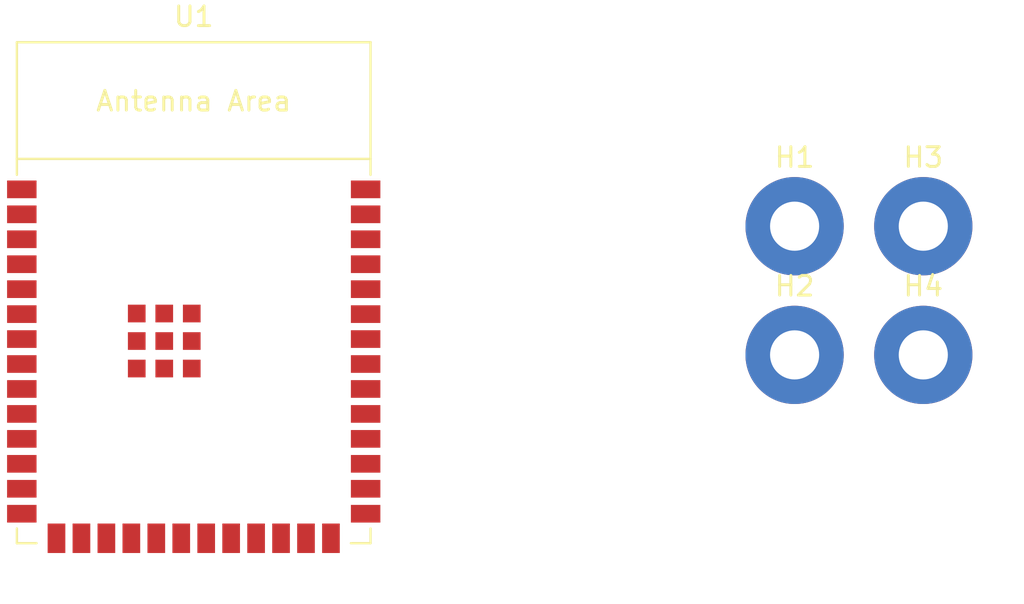
<source format=kicad_pcb>
(kicad_pcb (version 20211014) (generator pcbnew)
  (layers (0 "F.Cu" signal) (31 "B.Cu" signal) (34 "B.Paste" user) (35 "F.Paste" user) (36 "B.SilkS" user "B.Silkscreen") (37 "F.SilkS" user "F.Silkscreen") (38 "B.Mask" user) (39 "F.Mask" user) (44 "Edge.Cuts" user))
  (net 0 "")
  (footprint "MountingHole:MountingHole_2.5mm_Pad" (layer "F.Cu") (at 163.45 105.45)
    (fp_text reference "H1" (at 0 -3.5) (layer "F.SilkS"))
    (fp_text value "MountingHole")
    (pad "1" thru_hole circle (at 0 0) (size 5 5) (drill 2.5) (layers *.Cu *.Mask))
  )
  (footprint "Espressif:ESP32-S2-SOLO" (layer "F.Cu") (at 132.865 111.835)
    (fp_text reference "U1" (at 0 -17.05) (layer "F.SilkS"))
    (fp_text value "ESP32-S2-SOLO")
    (fp_text user "Antenna Area" (at 0 -12.75) (layer "F.SilkS"))
    (fp_line (start -9 9.75) (end -8 9.75) (layer "F.SilkS") (width 0.12))
    (fp_line (start -9 9) (end -9 9.75) (layer "F.SilkS") (width 0.12))
    (fp_line (start 9 -15.75) (end 9 -9) (layer "F.SilkS") (width 0.12))
    (fp_line (start 9 9) (end 9 9.75) (layer "F.SilkS") (width 0.12))
    (fp_line (start -9 -15.75) (end 9 -15.75) (layer "F.SilkS") (width 0.12))
    (fp_line (start -9 -15.75) (end -9 -9) (layer "F.SilkS") (width 0.12))
    (fp_line (start 9 9.75) (end 8 9.75) (layer "F.SilkS") (width 0.12))
    (fp_line (start 9 -9.81) (end -9 -9.81) (layer "F.SilkS") (width 0.12))
    (pad "1" smd rect locked (at -8.75 -8.26) (size 1.5 0.9) (layers "F.Cu" "F.Paste" "F.Mask"))
    (pad "2" smd rect locked (at -8.75 -6.99) (size 1.5 0.9) (layers "F.Cu" "F.Paste" "F.Mask"))
    (pad "3" smd rect locked (at -8.75 -5.72) (size 1.5 0.9) (layers "F.Cu" "F.Paste" "F.Mask"))
    (pad "4" smd rect locked (at -8.75 -4.45) (size 1.5 0.9) (layers "F.Cu" "F.Paste" "F.Mask"))
    (pad "5" smd rect locked (at -8.75 -3.18) (size 1.5 0.9) (layers "F.Cu" "F.Paste" "F.Mask"))
    (pad "6" smd rect locked (at -8.75 -1.91) (size 1.5 0.9) (layers "F.Cu" "F.Paste" "F.Mask"))
    (pad "7" smd rect locked (at -8.75 -0.64) (size 1.5 0.9) (layers "F.Cu" "F.Paste" "F.Mask"))
    (pad "8" smd rect locked (at -8.75 0.63) (size 1.5 0.9) (layers "F.Cu" "F.Paste" "F.Mask"))
    (pad "9" smd rect locked (at -8.75 1.9) (size 1.5 0.9) (layers "F.Cu" "F.Paste" "F.Mask"))
    (pad "10" smd rect locked (at -8.75 3.17) (size 1.5 0.9) (layers "F.Cu" "F.Paste" "F.Mask"))
    (pad "11" smd rect locked (at -8.75 4.44) (size 1.5 0.9) (layers "F.Cu" "F.Paste" "F.Mask"))
    (pad "12" smd rect locked (at -8.75 5.71) (size 1.5 0.9) (layers "F.Cu" "F.Paste" "F.Mask"))
    (pad "13" smd rect locked (at -8.75 6.98) (size 1.5 0.9) (layers "F.Cu" "F.Paste" "F.Mask"))
    (pad "14" smd rect locked (at -8.75 8.25) (size 1.5 0.9) (layers "F.Cu" "F.Paste" "F.Mask"))
    (pad "15" smd rect locked (at -6.985 9.5 90) (size 1.5 0.9) (layers "F.Cu" "F.Paste" "F.Mask"))
    (pad "16" smd rect locked (at -5.715 9.5 90) (size 1.5 0.9) (layers "F.Cu" "F.Paste" "F.Mask"))
    (pad "17" smd rect locked (at -4.445 9.5 90) (size 1.5 0.9) (layers "F.Cu" "F.Paste" "F.Mask"))
    (pad "18" smd rect locked (at -3.175 9.5 90) (size 1.5 0.9) (layers "F.Cu" "F.Paste" "F.Mask"))
    (pad "19" smd rect locked (at -1.905 9.5 90) (size 1.5 0.9) (layers "F.Cu" "F.Paste" "F.Mask"))
    (pad "20" smd rect locked (at -0.635 9.5 90) (size 1.5 0.9) (layers "F.Cu" "F.Paste" "F.Mask"))
    (pad "21" smd rect locked (at 0.635 9.5 90) (size 1.5 0.9) (layers "F.Cu" "F.Paste" "F.Mask"))
    (pad "22" smd rect locked (at 1.905 9.5 90) (size 1.5 0.9) (layers "F.Cu" "F.Paste" "F.Mask"))
    (pad "23" smd rect locked (at 3.175 9.5 90) (size 1.5 0.9) (layers "F.Cu" "F.Paste" "F.Mask"))
    (pad "24" smd rect locked (at 4.445 9.5 90) (size 1.5 0.9) (layers "F.Cu" "F.Paste" "F.Mask"))
    (pad "25" smd rect locked (at 5.715 9.5 90) (size 1.5 0.9) (layers "F.Cu" "F.Paste" "F.Mask"))
    (pad "26" smd rect locked (at 6.985 9.5 90) (size 1.5 0.9) (layers "F.Cu" "F.Paste" "F.Mask"))
    (pad "27" smd rect locked (at 8.75 8.25 180) (size 1.5 0.9) (layers "F.Cu" "F.Paste" "F.Mask"))
    (pad "28" smd rect locked (at 8.75 6.98 180) (size 1.5 0.9) (layers "F.Cu" "F.Paste" "F.Mask"))
    (pad "29" smd rect locked (at 8.75 5.71 180) (size 1.5 0.9) (layers "F.Cu" "F.Paste" "F.Mask"))
    (pad "30" smd rect locked (at 8.75 4.44 180) (size 1.5 0.9) (layers "F.Cu" "F.Paste" "F.Mask"))
    (pad "31" smd rect locked (at 8.75 3.17 180) (size 1.5 0.9) (layers "F.Cu" "F.Paste" "F.Mask"))
    (pad "32" smd rect locked (at 8.75 1.9 180) (size 1.5 0.9) (layers "F.Cu" "F.Paste" "F.Mask"))
    (pad "33" smd rect locked (at 8.75 0.63 180) (size 1.5 0.9) (layers "F.Cu" "F.Paste" "F.Mask"))
    (pad "34" smd rect locked (at 8.75 -0.64 180) (size 1.5 0.9) (layers "F.Cu" "F.Paste" "F.Mask"))
    (pad "35" smd rect locked (at 8.75 -1.91 180) (size 1.5 0.9) (layers "F.Cu" "F.Paste" "F.Mask"))
    (pad "36" smd rect locked (at 8.75 -3.18 180) (size 1.5 0.9) (layers "F.Cu" "F.Paste" "F.Mask"))
    (pad "37" smd rect locked (at 8.75 -4.45 180) (size 1.5 0.9) (layers "F.Cu" "F.Paste" "F.Mask"))
    (pad "38" smd rect locked (at 8.75 -5.72 180) (size 1.5 0.9) (layers "F.Cu" "F.Paste" "F.Mask"))
    (pad "39" smd rect locked (at 8.75 -6.99 180) (size 1.5 0.9) (layers "F.Cu" "F.Paste" "F.Mask"))
    (pad "40" smd rect locked (at 8.75 -8.26 180) (size 1.5 0.9) (layers "F.Cu" "F.Paste" "F.Mask"))
    (pad "41" smd rect locked (at -1.5 -0.54 180) (size 0.9 0.9) (layers "F.Cu" "F.Paste" "F.Mask"))
    (pad "41" smd rect locked (at -1.5 0.86 180) (size 0.9 0.9) (layers "F.Cu" "F.Paste" "F.Mask"))
    (pad "41" smd rect locked (at -2.9 -0.54 180) (size 0.9 0.9) (layers "F.Cu" "F.Paste" "F.Mask"))
    (pad "41" smd rect locked (at -0.1 -0.54 180) (size 0.9 0.9) (layers "F.Cu" "F.Paste" "F.Mask"))
    (pad "41" smd rect locked (at -2.9 -1.94 180) (size 0.9 0.9) (layers "F.Cu" "F.Paste" "F.Mask"))
    (pad "41" smd rect locked (at -1.5 -1.94 180) (size 0.9 0.9) (layers "F.Cu" "F.Paste" "F.Mask"))
    (pad "41" smd rect locked (at -0.1 -1.94 180) (size 0.9 0.9) (layers "F.Cu" "F.Paste" "F.Mask"))
    (pad "41" smd rect locked (at -2.9 0.86 180) (size 0.9 0.9) (layers "F.Cu" "F.Paste" "F.Mask"))
    (pad "41" smd rect locked (at -0.1 0.86 180) (size 0.9 0.9) (layers "F.Cu" "F.Paste" "F.Mask"))
  )
  (footprint "MountingHole:MountingHole_2.5mm_Pad" (layer "F.Cu") (at 170 105.45)
    (fp_text reference "H3" (at 0 -3.5) (layer "F.SilkS"))
    (fp_text value "MountingHole")
    (pad "1" thru_hole circle (at 0 0) (size 5 5) (drill 2.5) (layers *.Cu *.Mask))
  )
  (footprint "MountingHole:MountingHole_2.5mm_Pad" (layer "F.Cu") (at 163.45 112)
    (fp_text reference "H2" (at 0 -3.5) (layer "F.SilkS"))
    (fp_text value "MountingHole")
    (pad "1" thru_hole circle (at 0 0) (size 5 5) (drill 2.5) (layers *.Cu *.Mask))
  )
  (footprint "MountingHole:MountingHole_2.5mm_Pad" (layer "F.Cu") (at 170 112)
    (fp_text reference "H4" (at 0 -3.5) (layer "F.SilkS"))
    (fp_text value "MountingHole")
    (pad "1" thru_hole circle (at 0 0) (size 5 5) (drill 2.5) (layers *.Cu *.Mask))
  )
)
</source>
